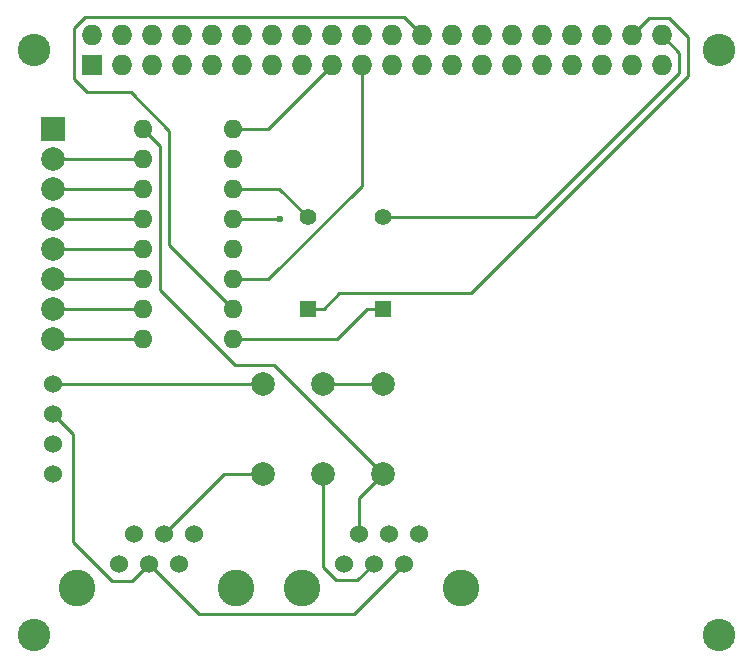
<source format=gbr>
G04 #@! TF.FileFunction,Copper,L1,Top,Signal*
%FSLAX46Y46*%
G04 Gerber Fmt 4.6, Leading zero omitted, Abs format (unit mm)*
G04 Created by KiCad (PCBNEW 4.0.2-4+6225~38~ubuntu15.10.1-stable) date sam. 19 mars 2016 16:29:29 CET*
%MOMM*%
G01*
G04 APERTURE LIST*
%ADD10C,0.100000*%
%ADD11C,1.524000*%
%ADD12C,3.100000*%
%ADD13R,1.727200X1.727200*%
%ADD14O,1.727200X1.727200*%
%ADD15C,2.750000*%
%ADD16C,2.000000*%
%ADD17R,2.000000X2.000000*%
%ADD18O,1.600000X1.600000*%
%ADD19C,1.998980*%
%ADD20R,1.400000X1.400000*%
%ADD21C,1.400000*%
%ADD22C,0.600000*%
%ADD23C,0.250000*%
G04 APERTURE END LIST*
D10*
D11*
X109478000Y-92450000D03*
X106938000Y-92450000D03*
X112018000Y-92450000D03*
X105668000Y-94990000D03*
X108208000Y-94990000D03*
X110748000Y-94990000D03*
D12*
X115574000Y-97022000D03*
X102112000Y-97022000D03*
D11*
X128528000Y-92450000D03*
X125988000Y-92450000D03*
X131068000Y-92450000D03*
X124718000Y-94990000D03*
X127258000Y-94990000D03*
X129798000Y-94990000D03*
D12*
X134624000Y-97022000D03*
X121162000Y-97022000D03*
D13*
X103370000Y-52770000D03*
D14*
X103370000Y-50230000D03*
X105910000Y-52770000D03*
X105910000Y-50230000D03*
X108450000Y-52770000D03*
X108450000Y-50230000D03*
X110990000Y-52770000D03*
X110990000Y-50230000D03*
X113530000Y-52770000D03*
X113530000Y-50230000D03*
X116070000Y-52770000D03*
X116070000Y-50230000D03*
X118610000Y-52770000D03*
X118610000Y-50230000D03*
X121150000Y-52770000D03*
X121150000Y-50230000D03*
X123690000Y-52770000D03*
X123690000Y-50230000D03*
X126230000Y-52770000D03*
X126230000Y-50230000D03*
X128770000Y-52770000D03*
X128770000Y-50230000D03*
X131310000Y-52770000D03*
X131310000Y-50230000D03*
X133850000Y-52770000D03*
X133850000Y-50230000D03*
X136390000Y-52770000D03*
X136390000Y-50230000D03*
X138930000Y-52770000D03*
X138930000Y-50230000D03*
X141470000Y-52770000D03*
X141470000Y-50230000D03*
X144010000Y-52770000D03*
X144010000Y-50230000D03*
X146550000Y-52770000D03*
X146550000Y-50230000D03*
X149090000Y-52770000D03*
X149090000Y-50230000D03*
X151630000Y-52770000D03*
X151630000Y-50230000D03*
D15*
X156500000Y-51500000D03*
X98500000Y-51500000D03*
X98500000Y-101000000D03*
X156500000Y-101000000D03*
D16*
X100080000Y-75940000D03*
X100080000Y-73400000D03*
X100080000Y-60700000D03*
X100080000Y-63240000D03*
D17*
X100080000Y-58160000D03*
D16*
X100080000Y-65780000D03*
X100080000Y-68320000D03*
X100080000Y-70860000D03*
D18*
X107700000Y-58160000D03*
X107700000Y-60700000D03*
X107700000Y-63240000D03*
X107700000Y-65780000D03*
X107700000Y-68320000D03*
X107700000Y-70860000D03*
X107700000Y-73400000D03*
X107700000Y-75940000D03*
X115320000Y-75940000D03*
X115320000Y-73400000D03*
X115320000Y-70860000D03*
X115320000Y-68320000D03*
X115320000Y-65780000D03*
X115320000Y-63240000D03*
X115320000Y-60700000D03*
X115320000Y-58160000D03*
D19*
X122940000Y-79750000D03*
X122940000Y-87370000D03*
X128020000Y-79750000D03*
X128020000Y-87370000D03*
X117860000Y-79750000D03*
X117860000Y-87370000D03*
D11*
X100080000Y-79750000D03*
X100080000Y-82290000D03*
X100080000Y-84830000D03*
X100080000Y-87370000D03*
D20*
X128020000Y-73400000D03*
D21*
X128020000Y-65650000D03*
D20*
X121670000Y-73400000D03*
D21*
X121670000Y-65650000D03*
D22*
X119281900Y-65780000D03*
D23*
X107700000Y-75940000D02*
X100080000Y-75940000D01*
X107700000Y-73400000D02*
X100080000Y-73400000D01*
X107700000Y-60700000D02*
X100080000Y-60700000D01*
X107700000Y-63240000D02*
X100080000Y-63240000D01*
X107700000Y-65780000D02*
X100080000Y-65780000D01*
X107700000Y-68320000D02*
X100080000Y-68320000D01*
X107700000Y-70860000D02*
X100080000Y-70860000D01*
X118300000Y-58160000D02*
X123690000Y-52770000D01*
X115320000Y-58160000D02*
X118300000Y-58160000D01*
X126230000Y-62968500D02*
X126230000Y-52770000D01*
X118338500Y-70860000D02*
X126230000Y-62968500D01*
X115320000Y-70860000D02*
X118338500Y-70860000D01*
X115320000Y-65780000D02*
X119281900Y-65780000D01*
X129789600Y-48709600D02*
X131310000Y-50230000D01*
X102768100Y-48709600D02*
X129789600Y-48709600D01*
X101852100Y-49625600D02*
X102768100Y-48709600D01*
X101852100Y-53922300D02*
X101852100Y-49625600D01*
X103009000Y-55079200D02*
X101852100Y-53922300D01*
X106686200Y-55079200D02*
X103009000Y-55079200D01*
X109938700Y-58331700D02*
X106686200Y-55079200D01*
X109938700Y-68018700D02*
X109938700Y-58331700D01*
X115320000Y-73400000D02*
X109938700Y-68018700D01*
X125868900Y-96379100D02*
X127258000Y-94990000D01*
X124084200Y-96379100D02*
X125868900Y-96379100D01*
X122940000Y-95234900D02*
X124084200Y-96379100D01*
X122940000Y-87370000D02*
X122940000Y-95234900D01*
X153128300Y-51728300D02*
X151630000Y-50230000D01*
X153128300Y-53396300D02*
X153128300Y-51728300D01*
X140874600Y-65650000D02*
X153128300Y-53396300D01*
X128020000Y-65650000D02*
X140874600Y-65650000D01*
X125988000Y-89402000D02*
X125988000Y-92450000D01*
X128020000Y-87370000D02*
X125988000Y-89402000D01*
X118766800Y-78116800D02*
X128020000Y-87370000D01*
X115472800Y-78116800D02*
X118766800Y-78116800D01*
X109188400Y-71832400D02*
X115472800Y-78116800D01*
X109188400Y-59648400D02*
X109188400Y-71832400D01*
X107700000Y-58160000D02*
X109188400Y-59648400D01*
X128020000Y-79750000D02*
X122940000Y-79750000D01*
X117860000Y-79750000D02*
X100080000Y-79750000D01*
X128020000Y-73400000D02*
X126694700Y-73400000D01*
X124154700Y-75940000D02*
X115320000Y-75940000D01*
X126694700Y-73400000D02*
X124154700Y-75940000D01*
X101810500Y-84020500D02*
X100080000Y-82290000D01*
X101810500Y-93123500D02*
X101810500Y-84020500D01*
X105110200Y-96423200D02*
X101810500Y-93123500D01*
X106774800Y-96423200D02*
X105110200Y-96423200D01*
X108208000Y-94990000D02*
X106774800Y-96423200D01*
X115320000Y-63240000D02*
X116745300Y-63240000D01*
X119260000Y-63240000D02*
X116745300Y-63240000D01*
X121670000Y-65650000D02*
X119260000Y-63240000D01*
X112451200Y-99233200D02*
X108208000Y-94990000D01*
X125554800Y-99233200D02*
X112451200Y-99233200D01*
X129798000Y-94990000D02*
X125554800Y-99233200D01*
X150580800Y-48739200D02*
X149090000Y-50230000D01*
X152283900Y-48739200D02*
X150580800Y-48739200D01*
X153890800Y-50346100D02*
X152283900Y-48739200D01*
X153890800Y-53695100D02*
X153890800Y-50346100D01*
X135511200Y-72074700D02*
X153890800Y-53695100D01*
X124320600Y-72074700D02*
X135511200Y-72074700D01*
X122995300Y-73400000D02*
X124320600Y-72074700D01*
X121670000Y-73400000D02*
X122995300Y-73400000D01*
X114558000Y-87370000D02*
X109478000Y-92450000D01*
X117860000Y-87370000D02*
X114558000Y-87370000D01*
M02*

</source>
